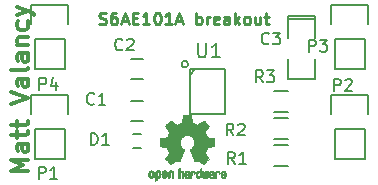
<source format=gbr>
G04 #@! TF.FileFunction,Legend,Top*
%FSLAX46Y46*%
G04 Gerber Fmt 4.6, Leading zero omitted, Abs format (unit mm)*
G04 Created by KiCad (PCBNEW 4.0.3+e1-6302~38~ubuntu16.04.1-stable) date Sun Aug 28 11:49:07 2016*
%MOMM*%
%LPD*%
G01*
G04 APERTURE LIST*
%ADD10C,0.100000*%
%ADD11C,0.300000*%
%ADD12C,0.250000*%
%ADD13C,0.150000*%
%ADD14C,0.010000*%
G04 APERTURE END LIST*
D10*
D11*
X130278571Y-114092857D02*
X128778571Y-114092857D01*
X129850000Y-113592857D01*
X128778571Y-113092857D01*
X130278571Y-113092857D01*
X130278571Y-111735714D02*
X129492857Y-111735714D01*
X129350000Y-111807143D01*
X129278571Y-111950000D01*
X129278571Y-112235714D01*
X129350000Y-112378571D01*
X130207143Y-111735714D02*
X130278571Y-111878571D01*
X130278571Y-112235714D01*
X130207143Y-112378571D01*
X130064286Y-112450000D01*
X129921429Y-112450000D01*
X129778571Y-112378571D01*
X129707143Y-112235714D01*
X129707143Y-111878571D01*
X129635714Y-111735714D01*
X129278571Y-111235714D02*
X129278571Y-110664285D01*
X128778571Y-111021428D02*
X130064286Y-111021428D01*
X130207143Y-110950000D01*
X130278571Y-110807142D01*
X130278571Y-110664285D01*
X129278571Y-110378571D02*
X129278571Y-109807142D01*
X128778571Y-110164285D02*
X130064286Y-110164285D01*
X130207143Y-110092857D01*
X130278571Y-109949999D01*
X130278571Y-109807142D01*
X128778571Y-108378571D02*
X130278571Y-107878571D01*
X128778571Y-107378571D01*
X130278571Y-106235714D02*
X129492857Y-106235714D01*
X129350000Y-106307143D01*
X129278571Y-106450000D01*
X129278571Y-106735714D01*
X129350000Y-106878571D01*
X130207143Y-106235714D02*
X130278571Y-106378571D01*
X130278571Y-106735714D01*
X130207143Y-106878571D01*
X130064286Y-106950000D01*
X129921429Y-106950000D01*
X129778571Y-106878571D01*
X129707143Y-106735714D01*
X129707143Y-106378571D01*
X129635714Y-106235714D01*
X130278571Y-105307142D02*
X130207143Y-105450000D01*
X130064286Y-105521428D01*
X128778571Y-105521428D01*
X130278571Y-104092857D02*
X129492857Y-104092857D01*
X129350000Y-104164286D01*
X129278571Y-104307143D01*
X129278571Y-104592857D01*
X129350000Y-104735714D01*
X130207143Y-104092857D02*
X130278571Y-104235714D01*
X130278571Y-104592857D01*
X130207143Y-104735714D01*
X130064286Y-104807143D01*
X129921429Y-104807143D01*
X129778571Y-104735714D01*
X129707143Y-104592857D01*
X129707143Y-104235714D01*
X129635714Y-104092857D01*
X129278571Y-103378571D02*
X130278571Y-103378571D01*
X129421429Y-103378571D02*
X129350000Y-103307143D01*
X129278571Y-103164285D01*
X129278571Y-102950000D01*
X129350000Y-102807143D01*
X129492857Y-102735714D01*
X130278571Y-102735714D01*
X130207143Y-101378571D02*
X130278571Y-101521428D01*
X130278571Y-101807142D01*
X130207143Y-101950000D01*
X130135714Y-102021428D01*
X129992857Y-102092857D01*
X129564286Y-102092857D01*
X129421429Y-102021428D01*
X129350000Y-101950000D01*
X129278571Y-101807142D01*
X129278571Y-101521428D01*
X129350000Y-101378571D01*
X129278571Y-100878571D02*
X130278571Y-100521428D01*
X129278571Y-100164286D02*
X130278571Y-100521428D01*
X130635714Y-100664286D01*
X130707143Y-100735714D01*
X130778571Y-100878571D01*
D12*
X136280951Y-101604762D02*
X136423808Y-101652381D01*
X136661904Y-101652381D01*
X136757142Y-101604762D01*
X136804761Y-101557143D01*
X136852380Y-101461905D01*
X136852380Y-101366667D01*
X136804761Y-101271429D01*
X136757142Y-101223810D01*
X136661904Y-101176190D01*
X136471427Y-101128571D01*
X136376189Y-101080952D01*
X136328570Y-101033333D01*
X136280951Y-100938095D01*
X136280951Y-100842857D01*
X136328570Y-100747619D01*
X136376189Y-100700000D01*
X136471427Y-100652381D01*
X136709523Y-100652381D01*
X136852380Y-100700000D01*
X137709523Y-100652381D02*
X137519046Y-100652381D01*
X137423808Y-100700000D01*
X137376189Y-100747619D01*
X137280951Y-100890476D01*
X137233332Y-101080952D01*
X137233332Y-101461905D01*
X137280951Y-101557143D01*
X137328570Y-101604762D01*
X137423808Y-101652381D01*
X137614285Y-101652381D01*
X137709523Y-101604762D01*
X137757142Y-101557143D01*
X137804761Y-101461905D01*
X137804761Y-101223810D01*
X137757142Y-101128571D01*
X137709523Y-101080952D01*
X137614285Y-101033333D01*
X137423808Y-101033333D01*
X137328570Y-101080952D01*
X137280951Y-101128571D01*
X137233332Y-101223810D01*
X138185713Y-101366667D02*
X138661904Y-101366667D01*
X138090475Y-101652381D02*
X138423808Y-100652381D01*
X138757142Y-101652381D01*
X139090475Y-101128571D02*
X139423809Y-101128571D01*
X139566666Y-101652381D02*
X139090475Y-101652381D01*
X139090475Y-100652381D01*
X139566666Y-100652381D01*
X140519047Y-101652381D02*
X139947618Y-101652381D01*
X140233332Y-101652381D02*
X140233332Y-100652381D01*
X140138094Y-100795238D01*
X140042856Y-100890476D01*
X139947618Y-100938095D01*
X141138094Y-100652381D02*
X141233333Y-100652381D01*
X141328571Y-100700000D01*
X141376190Y-100747619D01*
X141423809Y-100842857D01*
X141471428Y-101033333D01*
X141471428Y-101271429D01*
X141423809Y-101461905D01*
X141376190Y-101557143D01*
X141328571Y-101604762D01*
X141233333Y-101652381D01*
X141138094Y-101652381D01*
X141042856Y-101604762D01*
X140995237Y-101557143D01*
X140947618Y-101461905D01*
X140899999Y-101271429D01*
X140899999Y-101033333D01*
X140947618Y-100842857D01*
X140995237Y-100747619D01*
X141042856Y-100700000D01*
X141138094Y-100652381D01*
X142423809Y-101652381D02*
X141852380Y-101652381D01*
X142138094Y-101652381D02*
X142138094Y-100652381D01*
X142042856Y-100795238D01*
X141947618Y-100890476D01*
X141852380Y-100938095D01*
X142804761Y-101366667D02*
X143280952Y-101366667D01*
X142709523Y-101652381D02*
X143042856Y-100652381D01*
X143376190Y-101652381D01*
X144471428Y-101652381D02*
X144471428Y-100652381D01*
X144471428Y-101033333D02*
X144566666Y-100985714D01*
X144757143Y-100985714D01*
X144852381Y-101033333D01*
X144900000Y-101080952D01*
X144947619Y-101176190D01*
X144947619Y-101461905D01*
X144900000Y-101557143D01*
X144852381Y-101604762D01*
X144757143Y-101652381D01*
X144566666Y-101652381D01*
X144471428Y-101604762D01*
X145376190Y-101652381D02*
X145376190Y-100985714D01*
X145376190Y-101176190D02*
X145423809Y-101080952D01*
X145471428Y-101033333D01*
X145566666Y-100985714D01*
X145661905Y-100985714D01*
X146376191Y-101604762D02*
X146280953Y-101652381D01*
X146090476Y-101652381D01*
X145995238Y-101604762D01*
X145947619Y-101509524D01*
X145947619Y-101128571D01*
X145995238Y-101033333D01*
X146090476Y-100985714D01*
X146280953Y-100985714D01*
X146376191Y-101033333D01*
X146423810Y-101128571D01*
X146423810Y-101223810D01*
X145947619Y-101319048D01*
X147280953Y-101652381D02*
X147280953Y-101128571D01*
X147233334Y-101033333D01*
X147138096Y-100985714D01*
X146947619Y-100985714D01*
X146852381Y-101033333D01*
X147280953Y-101604762D02*
X147185715Y-101652381D01*
X146947619Y-101652381D01*
X146852381Y-101604762D01*
X146804762Y-101509524D01*
X146804762Y-101414286D01*
X146852381Y-101319048D01*
X146947619Y-101271429D01*
X147185715Y-101271429D01*
X147280953Y-101223810D01*
X147757143Y-101652381D02*
X147757143Y-100652381D01*
X147852381Y-101271429D02*
X148138096Y-101652381D01*
X148138096Y-100985714D02*
X147757143Y-101366667D01*
X148709524Y-101652381D02*
X148614286Y-101604762D01*
X148566667Y-101557143D01*
X148519048Y-101461905D01*
X148519048Y-101176190D01*
X148566667Y-101080952D01*
X148614286Y-101033333D01*
X148709524Y-100985714D01*
X148852382Y-100985714D01*
X148947620Y-101033333D01*
X148995239Y-101080952D01*
X149042858Y-101176190D01*
X149042858Y-101461905D01*
X148995239Y-101557143D01*
X148947620Y-101604762D01*
X148852382Y-101652381D01*
X148709524Y-101652381D01*
X149900001Y-100985714D02*
X149900001Y-101652381D01*
X149471429Y-100985714D02*
X149471429Y-101509524D01*
X149519048Y-101604762D01*
X149614286Y-101652381D01*
X149757144Y-101652381D01*
X149852382Y-101604762D01*
X149900001Y-101557143D01*
X150233334Y-100985714D02*
X150614286Y-100985714D01*
X150376191Y-100652381D02*
X150376191Y-101509524D01*
X150423810Y-101604762D01*
X150519048Y-101652381D01*
X150614286Y-101652381D01*
D13*
X143797843Y-105015000D02*
G75*
G03X143797843Y-105015000I-282843J0D01*
G01*
X144415000Y-105415000D02*
X143915000Y-105915000D01*
X146915000Y-109240000D02*
X146915000Y-105390000D01*
X146915000Y-105390000D02*
X143915000Y-105390000D01*
X143915000Y-105390000D02*
X143915000Y-109240000D01*
X143915000Y-109240000D02*
X146915000Y-109240000D01*
X146915000Y-109240000D02*
X146915000Y-106390000D01*
X138946000Y-109816000D02*
X139946000Y-109816000D01*
X139946000Y-108116000D02*
X138946000Y-108116000D01*
X138946000Y-106260000D02*
X139946000Y-106260000D01*
X139946000Y-104560000D02*
X138946000Y-104560000D01*
X154543000Y-101160000D02*
X154543000Y-100906000D01*
X154543000Y-100906000D02*
X152257000Y-100906000D01*
X152257000Y-100906000D02*
X152257000Y-101160000D01*
X154543000Y-101160000D02*
X152257000Y-101160000D01*
X152257000Y-101160000D02*
X152257000Y-102811000D01*
X154543000Y-104589000D02*
X154543000Y-106240000D01*
X154543000Y-106240000D02*
X152257000Y-106240000D01*
X152257000Y-106240000D02*
X152257000Y-104589000D01*
X154543000Y-102811000D02*
X154543000Y-101160000D01*
X152238000Y-113651000D02*
X151038000Y-113651000D01*
X151038000Y-111901000D02*
X152238000Y-111901000D01*
X152238000Y-111365000D02*
X151038000Y-111365000D01*
X151038000Y-109615000D02*
X152238000Y-109615000D01*
X152238000Y-109079000D02*
X151038000Y-109079000D01*
X151038000Y-107329000D02*
X152238000Y-107329000D01*
X139796000Y-112106000D02*
X139096000Y-112106000D01*
X139096000Y-110906000D02*
X139796000Y-110906000D01*
X133350000Y-110490000D02*
X133350000Y-113030000D01*
X133630000Y-107670000D02*
X133630000Y-109220000D01*
X133350000Y-110490000D02*
X130810000Y-110490000D01*
X130530000Y-109220000D02*
X130530000Y-107670000D01*
X130530000Y-107670000D02*
X133630000Y-107670000D01*
X130810000Y-110490000D02*
X130810000Y-113030000D01*
X130810000Y-113030000D02*
X133350000Y-113030000D01*
X158750000Y-110490000D02*
X158750000Y-113030000D01*
X159030000Y-107670000D02*
X159030000Y-109220000D01*
X158750000Y-110490000D02*
X156210000Y-110490000D01*
X155930000Y-109220000D02*
X155930000Y-107670000D01*
X155930000Y-107670000D02*
X159030000Y-107670000D01*
X156210000Y-110490000D02*
X156210000Y-113030000D01*
X156210000Y-113030000D02*
X158750000Y-113030000D01*
X158750000Y-102870000D02*
X158750000Y-105410000D01*
X159030000Y-100050000D02*
X159030000Y-101600000D01*
X158750000Y-102870000D02*
X156210000Y-102870000D01*
X155930000Y-101600000D02*
X155930000Y-100050000D01*
X155930000Y-100050000D02*
X159030000Y-100050000D01*
X156210000Y-102870000D02*
X156210000Y-105410000D01*
X156210000Y-105410000D02*
X158750000Y-105410000D01*
X133350000Y-102870000D02*
X133350000Y-105410000D01*
X133630000Y-100050000D02*
X133630000Y-101600000D01*
X133350000Y-102870000D02*
X130810000Y-102870000D01*
X130530000Y-101600000D02*
X130530000Y-100050000D01*
X130530000Y-100050000D02*
X133630000Y-100050000D01*
X130810000Y-102870000D02*
X130810000Y-105410000D01*
X130810000Y-105410000D02*
X133350000Y-105410000D01*
D14*
G36*
X141299744Y-114019918D02*
X141355201Y-114047568D01*
X141404148Y-114098480D01*
X141417629Y-114117338D01*
X141432314Y-114142015D01*
X141441842Y-114168816D01*
X141447293Y-114204587D01*
X141449747Y-114256169D01*
X141450286Y-114324267D01*
X141447852Y-114417588D01*
X141439394Y-114487657D01*
X141423174Y-114539931D01*
X141397454Y-114579869D01*
X141360497Y-114612929D01*
X141357782Y-114614886D01*
X141321360Y-114634908D01*
X141277502Y-114644815D01*
X141221724Y-114647257D01*
X141131048Y-114647257D01*
X141131010Y-114735283D01*
X141130166Y-114784308D01*
X141125024Y-114813065D01*
X141111587Y-114830311D01*
X141085858Y-114844808D01*
X141079679Y-114847769D01*
X141050764Y-114861648D01*
X141028376Y-114870414D01*
X141011729Y-114871171D01*
X141000036Y-114861023D01*
X140992510Y-114837073D01*
X140988366Y-114796426D01*
X140986815Y-114736186D01*
X140987071Y-114653455D01*
X140988349Y-114545339D01*
X140988748Y-114513000D01*
X140990185Y-114401524D01*
X140991472Y-114328603D01*
X141130971Y-114328603D01*
X141131755Y-114390499D01*
X141135240Y-114430997D01*
X141143124Y-114457708D01*
X141157105Y-114478244D01*
X141166597Y-114488260D01*
X141205404Y-114517567D01*
X141239763Y-114519952D01*
X141275216Y-114495750D01*
X141276114Y-114494857D01*
X141290539Y-114476153D01*
X141299313Y-114450732D01*
X141303739Y-114411584D01*
X141305118Y-114351697D01*
X141305143Y-114338430D01*
X141301812Y-114255901D01*
X141290969Y-114198691D01*
X141271340Y-114163766D01*
X141241650Y-114148094D01*
X141224491Y-114146514D01*
X141183766Y-114153926D01*
X141155832Y-114178330D01*
X141139017Y-114222980D01*
X141131650Y-114291130D01*
X141130971Y-114328603D01*
X140991472Y-114328603D01*
X140991708Y-114315245D01*
X140993677Y-114250333D01*
X140996450Y-114202958D01*
X141000388Y-114169290D01*
X141005849Y-114145498D01*
X141013192Y-114127753D01*
X141022777Y-114112224D01*
X141026887Y-114106381D01*
X141081405Y-114051185D01*
X141150336Y-114019890D01*
X141230072Y-114011165D01*
X141299744Y-114019918D01*
X141299744Y-114019918D01*
G37*
X141299744Y-114019918D02*
X141355201Y-114047568D01*
X141404148Y-114098480D01*
X141417629Y-114117338D01*
X141432314Y-114142015D01*
X141441842Y-114168816D01*
X141447293Y-114204587D01*
X141449747Y-114256169D01*
X141450286Y-114324267D01*
X141447852Y-114417588D01*
X141439394Y-114487657D01*
X141423174Y-114539931D01*
X141397454Y-114579869D01*
X141360497Y-114612929D01*
X141357782Y-114614886D01*
X141321360Y-114634908D01*
X141277502Y-114644815D01*
X141221724Y-114647257D01*
X141131048Y-114647257D01*
X141131010Y-114735283D01*
X141130166Y-114784308D01*
X141125024Y-114813065D01*
X141111587Y-114830311D01*
X141085858Y-114844808D01*
X141079679Y-114847769D01*
X141050764Y-114861648D01*
X141028376Y-114870414D01*
X141011729Y-114871171D01*
X141000036Y-114861023D01*
X140992510Y-114837073D01*
X140988366Y-114796426D01*
X140986815Y-114736186D01*
X140987071Y-114653455D01*
X140988349Y-114545339D01*
X140988748Y-114513000D01*
X140990185Y-114401524D01*
X140991472Y-114328603D01*
X141130971Y-114328603D01*
X141131755Y-114390499D01*
X141135240Y-114430997D01*
X141143124Y-114457708D01*
X141157105Y-114478244D01*
X141166597Y-114488260D01*
X141205404Y-114517567D01*
X141239763Y-114519952D01*
X141275216Y-114495750D01*
X141276114Y-114494857D01*
X141290539Y-114476153D01*
X141299313Y-114450732D01*
X141303739Y-114411584D01*
X141305118Y-114351697D01*
X141305143Y-114338430D01*
X141301812Y-114255901D01*
X141290969Y-114198691D01*
X141271340Y-114163766D01*
X141241650Y-114148094D01*
X141224491Y-114146514D01*
X141183766Y-114153926D01*
X141155832Y-114178330D01*
X141139017Y-114222980D01*
X141131650Y-114291130D01*
X141130971Y-114328603D01*
X140991472Y-114328603D01*
X140991708Y-114315245D01*
X140993677Y-114250333D01*
X140996450Y-114202958D01*
X141000388Y-114169290D01*
X141005849Y-114145498D01*
X141013192Y-114127753D01*
X141022777Y-114112224D01*
X141026887Y-114106381D01*
X141081405Y-114051185D01*
X141150336Y-114019890D01*
X141230072Y-114011165D01*
X141299744Y-114019918D01*
G36*
X142416093Y-114027780D02*
X142462672Y-114054723D01*
X142495057Y-114081466D01*
X142518742Y-114109484D01*
X142535059Y-114143748D01*
X142545339Y-114189227D01*
X142550914Y-114250892D01*
X142553116Y-114333711D01*
X142553371Y-114393246D01*
X142553371Y-114612391D01*
X142491686Y-114640044D01*
X142430000Y-114667697D01*
X142422743Y-114427670D01*
X142419744Y-114338028D01*
X142416598Y-114272962D01*
X142412701Y-114228026D01*
X142407447Y-114198770D01*
X142400231Y-114180748D01*
X142390450Y-114169511D01*
X142387312Y-114167079D01*
X142339761Y-114148083D01*
X142291697Y-114155600D01*
X142263086Y-114175543D01*
X142251447Y-114189675D01*
X142243391Y-114208220D01*
X142238271Y-114236334D01*
X142235441Y-114279173D01*
X142234256Y-114341895D01*
X142234057Y-114407261D01*
X142234018Y-114489268D01*
X142232614Y-114547316D01*
X142227914Y-114586465D01*
X142217987Y-114611780D01*
X142200903Y-114628323D01*
X142174732Y-114641156D01*
X142139775Y-114654491D01*
X142101596Y-114669007D01*
X142106141Y-114411389D01*
X142107971Y-114318519D01*
X142110112Y-114249889D01*
X142113181Y-114200711D01*
X142117794Y-114166198D01*
X142124568Y-114141562D01*
X142134119Y-114122016D01*
X142145634Y-114104770D01*
X142201190Y-114049680D01*
X142268980Y-114017822D01*
X142342713Y-114010191D01*
X142416093Y-114027780D01*
X142416093Y-114027780D01*
G37*
X142416093Y-114027780D02*
X142462672Y-114054723D01*
X142495057Y-114081466D01*
X142518742Y-114109484D01*
X142535059Y-114143748D01*
X142545339Y-114189227D01*
X142550914Y-114250892D01*
X142553116Y-114333711D01*
X142553371Y-114393246D01*
X142553371Y-114612391D01*
X142491686Y-114640044D01*
X142430000Y-114667697D01*
X142422743Y-114427670D01*
X142419744Y-114338028D01*
X142416598Y-114272962D01*
X142412701Y-114228026D01*
X142407447Y-114198770D01*
X142400231Y-114180748D01*
X142390450Y-114169511D01*
X142387312Y-114167079D01*
X142339761Y-114148083D01*
X142291697Y-114155600D01*
X142263086Y-114175543D01*
X142251447Y-114189675D01*
X142243391Y-114208220D01*
X142238271Y-114236334D01*
X142235441Y-114279173D01*
X142234256Y-114341895D01*
X142234057Y-114407261D01*
X142234018Y-114489268D01*
X142232614Y-114547316D01*
X142227914Y-114586465D01*
X142217987Y-114611780D01*
X142200903Y-114628323D01*
X142174732Y-114641156D01*
X142139775Y-114654491D01*
X142101596Y-114669007D01*
X142106141Y-114411389D01*
X142107971Y-114318519D01*
X142110112Y-114249889D01*
X142113181Y-114200711D01*
X142117794Y-114166198D01*
X142124568Y-114141562D01*
X142134119Y-114122016D01*
X142145634Y-114104770D01*
X142201190Y-114049680D01*
X142268980Y-114017822D01*
X142342713Y-114010191D01*
X142416093Y-114027780D01*
G36*
X140741115Y-114021962D02*
X140809145Y-114057733D01*
X140859351Y-114115301D01*
X140877185Y-114152312D01*
X140891063Y-114207882D01*
X140898167Y-114278096D01*
X140898840Y-114354727D01*
X140893427Y-114429552D01*
X140882270Y-114494342D01*
X140865714Y-114540873D01*
X140860626Y-114548887D01*
X140800355Y-114608707D01*
X140728769Y-114644535D01*
X140651092Y-114655020D01*
X140572548Y-114638810D01*
X140550689Y-114629092D01*
X140508122Y-114599143D01*
X140470763Y-114559433D01*
X140467232Y-114554397D01*
X140452881Y-114530124D01*
X140443394Y-114504178D01*
X140437790Y-114470022D01*
X140435086Y-114421119D01*
X140434299Y-114350935D01*
X140434286Y-114335200D01*
X140434322Y-114330192D01*
X140579429Y-114330192D01*
X140580273Y-114396430D01*
X140583596Y-114440386D01*
X140590583Y-114468779D01*
X140602416Y-114488325D01*
X140608457Y-114494857D01*
X140643186Y-114519680D01*
X140676903Y-114518548D01*
X140710995Y-114497016D01*
X140731329Y-114474029D01*
X140743371Y-114440478D01*
X140750134Y-114387569D01*
X140750598Y-114381399D01*
X140751752Y-114285513D01*
X140739688Y-114214299D01*
X140714570Y-114168194D01*
X140676560Y-114147635D01*
X140662992Y-114146514D01*
X140627364Y-114152152D01*
X140602994Y-114171686D01*
X140588093Y-114209042D01*
X140580875Y-114268150D01*
X140579429Y-114330192D01*
X140434322Y-114330192D01*
X140434826Y-114260413D01*
X140437096Y-114208159D01*
X140442068Y-114171949D01*
X140450713Y-114145299D01*
X140464005Y-114121722D01*
X140466943Y-114117338D01*
X140516313Y-114058249D01*
X140570109Y-114023947D01*
X140635602Y-114010331D01*
X140657842Y-114009665D01*
X140741115Y-114021962D01*
X140741115Y-114021962D01*
G37*
X140741115Y-114021962D02*
X140809145Y-114057733D01*
X140859351Y-114115301D01*
X140877185Y-114152312D01*
X140891063Y-114207882D01*
X140898167Y-114278096D01*
X140898840Y-114354727D01*
X140893427Y-114429552D01*
X140882270Y-114494342D01*
X140865714Y-114540873D01*
X140860626Y-114548887D01*
X140800355Y-114608707D01*
X140728769Y-114644535D01*
X140651092Y-114655020D01*
X140572548Y-114638810D01*
X140550689Y-114629092D01*
X140508122Y-114599143D01*
X140470763Y-114559433D01*
X140467232Y-114554397D01*
X140452881Y-114530124D01*
X140443394Y-114504178D01*
X140437790Y-114470022D01*
X140435086Y-114421119D01*
X140434299Y-114350935D01*
X140434286Y-114335200D01*
X140434322Y-114330192D01*
X140579429Y-114330192D01*
X140580273Y-114396430D01*
X140583596Y-114440386D01*
X140590583Y-114468779D01*
X140602416Y-114488325D01*
X140608457Y-114494857D01*
X140643186Y-114519680D01*
X140676903Y-114518548D01*
X140710995Y-114497016D01*
X140731329Y-114474029D01*
X140743371Y-114440478D01*
X140750134Y-114387569D01*
X140750598Y-114381399D01*
X140751752Y-114285513D01*
X140739688Y-114214299D01*
X140714570Y-114168194D01*
X140676560Y-114147635D01*
X140662992Y-114146514D01*
X140627364Y-114152152D01*
X140602994Y-114171686D01*
X140588093Y-114209042D01*
X140580875Y-114268150D01*
X140579429Y-114330192D01*
X140434322Y-114330192D01*
X140434826Y-114260413D01*
X140437096Y-114208159D01*
X140442068Y-114171949D01*
X140450713Y-114145299D01*
X140464005Y-114121722D01*
X140466943Y-114117338D01*
X140516313Y-114058249D01*
X140570109Y-114023947D01*
X140635602Y-114010331D01*
X140657842Y-114009665D01*
X140741115Y-114021962D01*
G36*
X141868303Y-114031239D02*
X141925527Y-114069735D01*
X141969749Y-114125335D01*
X141996167Y-114196086D01*
X142001510Y-114248162D01*
X142000903Y-114269893D01*
X141995822Y-114286531D01*
X141981855Y-114301437D01*
X141954589Y-114317973D01*
X141909612Y-114339498D01*
X141842511Y-114369374D01*
X141842171Y-114369524D01*
X141780407Y-114397813D01*
X141729759Y-114422933D01*
X141695404Y-114442179D01*
X141682518Y-114452848D01*
X141682514Y-114452934D01*
X141693872Y-114476166D01*
X141720431Y-114501774D01*
X141750923Y-114520221D01*
X141766370Y-114523886D01*
X141808515Y-114511212D01*
X141844808Y-114479471D01*
X141862517Y-114444572D01*
X141879552Y-114418845D01*
X141912922Y-114389546D01*
X141952149Y-114364235D01*
X141986756Y-114350471D01*
X141993993Y-114349714D01*
X142002139Y-114362160D01*
X142002630Y-114393972D01*
X141996643Y-114436866D01*
X141985357Y-114482558D01*
X141969950Y-114522761D01*
X141969171Y-114524322D01*
X141922804Y-114589062D01*
X141862711Y-114633097D01*
X141794465Y-114654711D01*
X141723638Y-114652185D01*
X141655804Y-114623804D01*
X141652788Y-114621808D01*
X141599427Y-114573448D01*
X141564340Y-114510352D01*
X141544922Y-114427387D01*
X141542316Y-114404078D01*
X141537701Y-114294055D01*
X141543233Y-114242748D01*
X141682514Y-114242748D01*
X141684324Y-114274753D01*
X141694222Y-114284093D01*
X141718898Y-114277105D01*
X141757795Y-114260587D01*
X141801275Y-114239881D01*
X141802356Y-114239333D01*
X141839209Y-114219949D01*
X141854000Y-114207013D01*
X141850353Y-114193451D01*
X141834995Y-114175632D01*
X141795923Y-114149845D01*
X141753846Y-114147950D01*
X141716103Y-114166717D01*
X141690034Y-114202915D01*
X141682514Y-114242748D01*
X141543233Y-114242748D01*
X141547194Y-114206027D01*
X141571550Y-114136212D01*
X141605456Y-114087302D01*
X141666653Y-114037878D01*
X141734063Y-114013359D01*
X141802880Y-114011797D01*
X141868303Y-114031239D01*
X141868303Y-114031239D01*
G37*
X141868303Y-114031239D02*
X141925527Y-114069735D01*
X141969749Y-114125335D01*
X141996167Y-114196086D01*
X142001510Y-114248162D01*
X142000903Y-114269893D01*
X141995822Y-114286531D01*
X141981855Y-114301437D01*
X141954589Y-114317973D01*
X141909612Y-114339498D01*
X141842511Y-114369374D01*
X141842171Y-114369524D01*
X141780407Y-114397813D01*
X141729759Y-114422933D01*
X141695404Y-114442179D01*
X141682518Y-114452848D01*
X141682514Y-114452934D01*
X141693872Y-114476166D01*
X141720431Y-114501774D01*
X141750923Y-114520221D01*
X141766370Y-114523886D01*
X141808515Y-114511212D01*
X141844808Y-114479471D01*
X141862517Y-114444572D01*
X141879552Y-114418845D01*
X141912922Y-114389546D01*
X141952149Y-114364235D01*
X141986756Y-114350471D01*
X141993993Y-114349714D01*
X142002139Y-114362160D01*
X142002630Y-114393972D01*
X141996643Y-114436866D01*
X141985357Y-114482558D01*
X141969950Y-114522761D01*
X141969171Y-114524322D01*
X141922804Y-114589062D01*
X141862711Y-114633097D01*
X141794465Y-114654711D01*
X141723638Y-114652185D01*
X141655804Y-114623804D01*
X141652788Y-114621808D01*
X141599427Y-114573448D01*
X141564340Y-114510352D01*
X141544922Y-114427387D01*
X141542316Y-114404078D01*
X141537701Y-114294055D01*
X141543233Y-114242748D01*
X141682514Y-114242748D01*
X141684324Y-114274753D01*
X141694222Y-114284093D01*
X141718898Y-114277105D01*
X141757795Y-114260587D01*
X141801275Y-114239881D01*
X141802356Y-114239333D01*
X141839209Y-114219949D01*
X141854000Y-114207013D01*
X141850353Y-114193451D01*
X141834995Y-114175632D01*
X141795923Y-114149845D01*
X141753846Y-114147950D01*
X141716103Y-114166717D01*
X141690034Y-114202915D01*
X141682514Y-114242748D01*
X141543233Y-114242748D01*
X141547194Y-114206027D01*
X141571550Y-114136212D01*
X141605456Y-114087302D01*
X141666653Y-114037878D01*
X141734063Y-114013359D01*
X141802880Y-114011797D01*
X141868303Y-114031239D01*
G36*
X143075886Y-113951289D02*
X143080139Y-114010613D01*
X143085025Y-114045572D01*
X143091795Y-114060820D01*
X143101702Y-114061015D01*
X143104914Y-114059195D01*
X143147644Y-114046015D01*
X143203227Y-114046785D01*
X143259737Y-114060333D01*
X143295082Y-114077861D01*
X143331321Y-114105861D01*
X143357813Y-114137549D01*
X143375999Y-114177813D01*
X143387322Y-114231543D01*
X143393222Y-114303626D01*
X143395143Y-114398951D01*
X143395177Y-114417237D01*
X143395200Y-114622646D01*
X143349491Y-114638580D01*
X143317027Y-114649420D01*
X143299215Y-114654468D01*
X143298691Y-114654514D01*
X143296937Y-114640828D01*
X143295444Y-114603076D01*
X143294326Y-114546224D01*
X143293697Y-114475234D01*
X143293600Y-114432073D01*
X143293398Y-114346973D01*
X143292358Y-114285981D01*
X143289831Y-114244177D01*
X143285164Y-114216642D01*
X143277707Y-114198456D01*
X143266811Y-114184698D01*
X143260007Y-114178073D01*
X143213272Y-114151375D01*
X143162272Y-114149375D01*
X143116001Y-114171955D01*
X143107444Y-114180107D01*
X143094893Y-114195436D01*
X143086188Y-114213618D01*
X143080631Y-114239909D01*
X143077526Y-114279562D01*
X143076176Y-114337832D01*
X143075886Y-114418173D01*
X143075886Y-114622646D01*
X143030177Y-114638580D01*
X142997713Y-114649420D01*
X142979901Y-114654468D01*
X142979377Y-114654514D01*
X142978037Y-114640623D01*
X142976828Y-114601439D01*
X142975801Y-114540700D01*
X142975002Y-114462141D01*
X142974481Y-114369498D01*
X142974286Y-114266509D01*
X142974286Y-113869342D01*
X143021457Y-113849444D01*
X143068629Y-113829547D01*
X143075886Y-113951289D01*
X143075886Y-113951289D01*
G37*
X143075886Y-113951289D02*
X143080139Y-114010613D01*
X143085025Y-114045572D01*
X143091795Y-114060820D01*
X143101702Y-114061015D01*
X143104914Y-114059195D01*
X143147644Y-114046015D01*
X143203227Y-114046785D01*
X143259737Y-114060333D01*
X143295082Y-114077861D01*
X143331321Y-114105861D01*
X143357813Y-114137549D01*
X143375999Y-114177813D01*
X143387322Y-114231543D01*
X143393222Y-114303626D01*
X143395143Y-114398951D01*
X143395177Y-114417237D01*
X143395200Y-114622646D01*
X143349491Y-114638580D01*
X143317027Y-114649420D01*
X143299215Y-114654468D01*
X143298691Y-114654514D01*
X143296937Y-114640828D01*
X143295444Y-114603076D01*
X143294326Y-114546224D01*
X143293697Y-114475234D01*
X143293600Y-114432073D01*
X143293398Y-114346973D01*
X143292358Y-114285981D01*
X143289831Y-114244177D01*
X143285164Y-114216642D01*
X143277707Y-114198456D01*
X143266811Y-114184698D01*
X143260007Y-114178073D01*
X143213272Y-114151375D01*
X143162272Y-114149375D01*
X143116001Y-114171955D01*
X143107444Y-114180107D01*
X143094893Y-114195436D01*
X143086188Y-114213618D01*
X143080631Y-114239909D01*
X143077526Y-114279562D01*
X143076176Y-114337832D01*
X143075886Y-114418173D01*
X143075886Y-114622646D01*
X143030177Y-114638580D01*
X142997713Y-114649420D01*
X142979901Y-114654468D01*
X142979377Y-114654514D01*
X142978037Y-114640623D01*
X142976828Y-114601439D01*
X142975801Y-114540700D01*
X142975002Y-114462141D01*
X142974481Y-114369498D01*
X142974286Y-114266509D01*
X142974286Y-113869342D01*
X143021457Y-113849444D01*
X143068629Y-113829547D01*
X143075886Y-113951289D01*
G36*
X143739744Y-114050968D02*
X143796616Y-114072087D01*
X143797267Y-114072493D01*
X143832440Y-114098380D01*
X143858407Y-114128633D01*
X143876670Y-114168058D01*
X143888732Y-114221462D01*
X143896096Y-114293651D01*
X143900264Y-114389432D01*
X143900629Y-114403078D01*
X143905876Y-114608842D01*
X143861716Y-114631678D01*
X143829763Y-114647110D01*
X143810470Y-114654423D01*
X143809578Y-114654514D01*
X143806239Y-114641022D01*
X143803587Y-114604626D01*
X143801956Y-114551452D01*
X143801600Y-114508393D01*
X143801592Y-114438641D01*
X143798403Y-114394837D01*
X143787288Y-114373944D01*
X143763501Y-114372925D01*
X143722296Y-114388741D01*
X143660086Y-114417815D01*
X143614341Y-114441963D01*
X143590813Y-114462913D01*
X143583896Y-114485747D01*
X143583886Y-114486877D01*
X143595299Y-114526212D01*
X143629092Y-114547462D01*
X143680809Y-114550539D01*
X143718061Y-114550006D01*
X143737703Y-114560735D01*
X143749952Y-114586505D01*
X143757002Y-114619337D01*
X143746842Y-114637966D01*
X143743017Y-114640632D01*
X143707001Y-114651340D01*
X143656566Y-114652856D01*
X143604626Y-114645759D01*
X143567822Y-114632788D01*
X143516938Y-114589585D01*
X143488014Y-114529446D01*
X143482286Y-114482462D01*
X143486657Y-114440082D01*
X143502475Y-114405488D01*
X143533797Y-114374763D01*
X143584678Y-114343990D01*
X143659176Y-114309252D01*
X143663714Y-114307288D01*
X143730821Y-114276287D01*
X143772232Y-114250862D01*
X143789981Y-114228014D01*
X143786107Y-114204745D01*
X143762643Y-114178056D01*
X143755627Y-114171914D01*
X143708630Y-114148100D01*
X143659933Y-114149103D01*
X143617522Y-114172451D01*
X143589384Y-114215675D01*
X143586769Y-114224160D01*
X143561308Y-114265308D01*
X143529001Y-114285128D01*
X143482286Y-114304770D01*
X143482286Y-114253950D01*
X143496496Y-114180082D01*
X143538675Y-114112327D01*
X143560624Y-114089661D01*
X143610517Y-114060569D01*
X143673967Y-114047400D01*
X143739744Y-114050968D01*
X143739744Y-114050968D01*
G37*
X143739744Y-114050968D02*
X143796616Y-114072087D01*
X143797267Y-114072493D01*
X143832440Y-114098380D01*
X143858407Y-114128633D01*
X143876670Y-114168058D01*
X143888732Y-114221462D01*
X143896096Y-114293651D01*
X143900264Y-114389432D01*
X143900629Y-114403078D01*
X143905876Y-114608842D01*
X143861716Y-114631678D01*
X143829763Y-114647110D01*
X143810470Y-114654423D01*
X143809578Y-114654514D01*
X143806239Y-114641022D01*
X143803587Y-114604626D01*
X143801956Y-114551452D01*
X143801600Y-114508393D01*
X143801592Y-114438641D01*
X143798403Y-114394837D01*
X143787288Y-114373944D01*
X143763501Y-114372925D01*
X143722296Y-114388741D01*
X143660086Y-114417815D01*
X143614341Y-114441963D01*
X143590813Y-114462913D01*
X143583896Y-114485747D01*
X143583886Y-114486877D01*
X143595299Y-114526212D01*
X143629092Y-114547462D01*
X143680809Y-114550539D01*
X143718061Y-114550006D01*
X143737703Y-114560735D01*
X143749952Y-114586505D01*
X143757002Y-114619337D01*
X143746842Y-114637966D01*
X143743017Y-114640632D01*
X143707001Y-114651340D01*
X143656566Y-114652856D01*
X143604626Y-114645759D01*
X143567822Y-114632788D01*
X143516938Y-114589585D01*
X143488014Y-114529446D01*
X143482286Y-114482462D01*
X143486657Y-114440082D01*
X143502475Y-114405488D01*
X143533797Y-114374763D01*
X143584678Y-114343990D01*
X143659176Y-114309252D01*
X143663714Y-114307288D01*
X143730821Y-114276287D01*
X143772232Y-114250862D01*
X143789981Y-114228014D01*
X143786107Y-114204745D01*
X143762643Y-114178056D01*
X143755627Y-114171914D01*
X143708630Y-114148100D01*
X143659933Y-114149103D01*
X143617522Y-114172451D01*
X143589384Y-114215675D01*
X143586769Y-114224160D01*
X143561308Y-114265308D01*
X143529001Y-114285128D01*
X143482286Y-114304770D01*
X143482286Y-114253950D01*
X143496496Y-114180082D01*
X143538675Y-114112327D01*
X143560624Y-114089661D01*
X143610517Y-114060569D01*
X143673967Y-114047400D01*
X143739744Y-114050968D01*
G36*
X144229926Y-114049755D02*
X144295858Y-114074084D01*
X144349273Y-114117117D01*
X144370164Y-114147409D01*
X144392939Y-114202994D01*
X144392466Y-114243186D01*
X144368562Y-114270217D01*
X144359717Y-114274813D01*
X144321530Y-114289144D01*
X144302028Y-114285472D01*
X144295422Y-114261407D01*
X144295086Y-114248114D01*
X144282992Y-114199210D01*
X144251471Y-114164999D01*
X144207659Y-114148476D01*
X144158695Y-114152634D01*
X144118894Y-114174227D01*
X144105450Y-114186544D01*
X144095921Y-114201487D01*
X144089485Y-114224075D01*
X144085317Y-114259328D01*
X144082597Y-114312266D01*
X144080502Y-114387907D01*
X144079960Y-114411857D01*
X144077981Y-114493790D01*
X144075731Y-114551455D01*
X144072357Y-114589608D01*
X144067006Y-114613004D01*
X144058824Y-114626398D01*
X144046959Y-114634545D01*
X144039362Y-114638144D01*
X144007102Y-114650452D01*
X143988111Y-114654514D01*
X143981836Y-114640948D01*
X143978006Y-114599934D01*
X143976600Y-114530999D01*
X143977598Y-114433669D01*
X143977908Y-114418657D01*
X143980101Y-114329859D01*
X143982693Y-114265019D01*
X143986382Y-114219067D01*
X143991864Y-114186935D01*
X143999835Y-114163553D01*
X144010993Y-114143852D01*
X144016830Y-114135410D01*
X144050296Y-114098057D01*
X144087727Y-114069003D01*
X144092309Y-114066467D01*
X144159426Y-114046443D01*
X144229926Y-114049755D01*
X144229926Y-114049755D01*
G37*
X144229926Y-114049755D02*
X144295858Y-114074084D01*
X144349273Y-114117117D01*
X144370164Y-114147409D01*
X144392939Y-114202994D01*
X144392466Y-114243186D01*
X144368562Y-114270217D01*
X144359717Y-114274813D01*
X144321530Y-114289144D01*
X144302028Y-114285472D01*
X144295422Y-114261407D01*
X144295086Y-114248114D01*
X144282992Y-114199210D01*
X144251471Y-114164999D01*
X144207659Y-114148476D01*
X144158695Y-114152634D01*
X144118894Y-114174227D01*
X144105450Y-114186544D01*
X144095921Y-114201487D01*
X144089485Y-114224075D01*
X144085317Y-114259328D01*
X144082597Y-114312266D01*
X144080502Y-114387907D01*
X144079960Y-114411857D01*
X144077981Y-114493790D01*
X144075731Y-114551455D01*
X144072357Y-114589608D01*
X144067006Y-114613004D01*
X144058824Y-114626398D01*
X144046959Y-114634545D01*
X144039362Y-114638144D01*
X144007102Y-114650452D01*
X143988111Y-114654514D01*
X143981836Y-114640948D01*
X143978006Y-114599934D01*
X143976600Y-114530999D01*
X143977598Y-114433669D01*
X143977908Y-114418657D01*
X143980101Y-114329859D01*
X143982693Y-114265019D01*
X143986382Y-114219067D01*
X143991864Y-114186935D01*
X143999835Y-114163553D01*
X144010993Y-114143852D01*
X144016830Y-114135410D01*
X144050296Y-114098057D01*
X144087727Y-114069003D01*
X144092309Y-114066467D01*
X144159426Y-114046443D01*
X144229926Y-114049755D01*
G36*
X144890117Y-114165358D02*
X144889933Y-114273837D01*
X144889219Y-114357287D01*
X144887675Y-114419704D01*
X144885001Y-114465085D01*
X144880894Y-114497429D01*
X144875055Y-114520733D01*
X144867182Y-114538995D01*
X144861221Y-114549418D01*
X144811855Y-114605945D01*
X144749264Y-114641377D01*
X144680013Y-114654090D01*
X144610668Y-114642463D01*
X144569375Y-114621568D01*
X144526025Y-114585422D01*
X144496481Y-114541276D01*
X144478655Y-114483462D01*
X144470463Y-114406313D01*
X144469302Y-114349714D01*
X144469458Y-114345647D01*
X144570857Y-114345647D01*
X144571476Y-114410550D01*
X144574314Y-114453514D01*
X144580840Y-114481622D01*
X144592523Y-114501953D01*
X144606483Y-114517288D01*
X144653365Y-114546890D01*
X144703701Y-114549419D01*
X144751276Y-114524705D01*
X144754979Y-114521356D01*
X144770783Y-114503935D01*
X144780693Y-114483209D01*
X144786058Y-114452362D01*
X144788228Y-114404577D01*
X144788571Y-114351748D01*
X144787827Y-114285381D01*
X144784748Y-114241106D01*
X144778061Y-114212009D01*
X144766496Y-114191173D01*
X144757013Y-114180107D01*
X144712960Y-114152198D01*
X144662224Y-114148843D01*
X144613796Y-114170159D01*
X144604450Y-114178073D01*
X144588540Y-114195647D01*
X144578610Y-114216587D01*
X144573278Y-114247782D01*
X144571163Y-114296122D01*
X144570857Y-114345647D01*
X144469458Y-114345647D01*
X144472810Y-114258568D01*
X144484726Y-114190086D01*
X144507135Y-114138600D01*
X144542124Y-114098443D01*
X144569375Y-114077861D01*
X144618907Y-114055625D01*
X144676316Y-114045304D01*
X144729682Y-114048067D01*
X144759543Y-114059212D01*
X144771261Y-114062383D01*
X144779037Y-114050557D01*
X144784465Y-114018866D01*
X144788571Y-113970593D01*
X144793067Y-113916829D01*
X144799313Y-113884482D01*
X144810676Y-113865985D01*
X144830528Y-113853770D01*
X144843000Y-113848362D01*
X144890171Y-113828601D01*
X144890117Y-114165358D01*
X144890117Y-114165358D01*
G37*
X144890117Y-114165358D02*
X144889933Y-114273837D01*
X144889219Y-114357287D01*
X144887675Y-114419704D01*
X144885001Y-114465085D01*
X144880894Y-114497429D01*
X144875055Y-114520733D01*
X144867182Y-114538995D01*
X144861221Y-114549418D01*
X144811855Y-114605945D01*
X144749264Y-114641377D01*
X144680013Y-114654090D01*
X144610668Y-114642463D01*
X144569375Y-114621568D01*
X144526025Y-114585422D01*
X144496481Y-114541276D01*
X144478655Y-114483462D01*
X144470463Y-114406313D01*
X144469302Y-114349714D01*
X144469458Y-114345647D01*
X144570857Y-114345647D01*
X144571476Y-114410550D01*
X144574314Y-114453514D01*
X144580840Y-114481622D01*
X144592523Y-114501953D01*
X144606483Y-114517288D01*
X144653365Y-114546890D01*
X144703701Y-114549419D01*
X144751276Y-114524705D01*
X144754979Y-114521356D01*
X144770783Y-114503935D01*
X144780693Y-114483209D01*
X144786058Y-114452362D01*
X144788228Y-114404577D01*
X144788571Y-114351748D01*
X144787827Y-114285381D01*
X144784748Y-114241106D01*
X144778061Y-114212009D01*
X144766496Y-114191173D01*
X144757013Y-114180107D01*
X144712960Y-114152198D01*
X144662224Y-114148843D01*
X144613796Y-114170159D01*
X144604450Y-114178073D01*
X144588540Y-114195647D01*
X144578610Y-114216587D01*
X144573278Y-114247782D01*
X144571163Y-114296122D01*
X144570857Y-114345647D01*
X144469458Y-114345647D01*
X144472810Y-114258568D01*
X144484726Y-114190086D01*
X144507135Y-114138600D01*
X144542124Y-114098443D01*
X144569375Y-114077861D01*
X144618907Y-114055625D01*
X144676316Y-114045304D01*
X144729682Y-114048067D01*
X144759543Y-114059212D01*
X144771261Y-114062383D01*
X144779037Y-114050557D01*
X144784465Y-114018866D01*
X144788571Y-113970593D01*
X144793067Y-113916829D01*
X144799313Y-113884482D01*
X144810676Y-113865985D01*
X144830528Y-113853770D01*
X144843000Y-113848362D01*
X144890171Y-113828601D01*
X144890117Y-114165358D01*
G36*
X145479833Y-114058663D02*
X145482048Y-114096850D01*
X145483784Y-114154886D01*
X145484899Y-114228180D01*
X145485257Y-114305055D01*
X145485257Y-114565196D01*
X145439326Y-114611127D01*
X145407675Y-114639429D01*
X145379890Y-114650893D01*
X145341915Y-114650168D01*
X145326840Y-114648321D01*
X145279726Y-114642948D01*
X145240756Y-114639869D01*
X145231257Y-114639585D01*
X145199233Y-114641445D01*
X145153432Y-114646114D01*
X145135674Y-114648321D01*
X145092057Y-114651735D01*
X145062745Y-114644320D01*
X145033680Y-114621427D01*
X145023188Y-114611127D01*
X144977257Y-114565196D01*
X144977257Y-114078602D01*
X145014226Y-114061758D01*
X145046059Y-114049282D01*
X145064683Y-114044914D01*
X145069458Y-114058718D01*
X145073921Y-114097286D01*
X145077775Y-114156356D01*
X145080722Y-114231663D01*
X145082143Y-114295286D01*
X145086114Y-114545657D01*
X145120759Y-114550556D01*
X145152268Y-114547131D01*
X145167708Y-114536041D01*
X145172023Y-114515308D01*
X145175708Y-114471145D01*
X145178469Y-114409146D01*
X145180012Y-114334909D01*
X145180235Y-114296706D01*
X145180457Y-114076783D01*
X145226166Y-114060849D01*
X145258518Y-114050015D01*
X145276115Y-114044962D01*
X145276623Y-114044914D01*
X145278388Y-114058648D01*
X145280329Y-114096730D01*
X145282282Y-114154482D01*
X145284084Y-114227227D01*
X145285343Y-114295286D01*
X145289314Y-114545657D01*
X145376400Y-114545657D01*
X145380396Y-114317240D01*
X145384392Y-114088822D01*
X145426847Y-114066868D01*
X145458192Y-114051793D01*
X145476744Y-114044951D01*
X145477279Y-114044914D01*
X145479833Y-114058663D01*
X145479833Y-114058663D01*
G37*
X145479833Y-114058663D02*
X145482048Y-114096850D01*
X145483784Y-114154886D01*
X145484899Y-114228180D01*
X145485257Y-114305055D01*
X145485257Y-114565196D01*
X145439326Y-114611127D01*
X145407675Y-114639429D01*
X145379890Y-114650893D01*
X145341915Y-114650168D01*
X145326840Y-114648321D01*
X145279726Y-114642948D01*
X145240756Y-114639869D01*
X145231257Y-114639585D01*
X145199233Y-114641445D01*
X145153432Y-114646114D01*
X145135674Y-114648321D01*
X145092057Y-114651735D01*
X145062745Y-114644320D01*
X145033680Y-114621427D01*
X145023188Y-114611127D01*
X144977257Y-114565196D01*
X144977257Y-114078602D01*
X145014226Y-114061758D01*
X145046059Y-114049282D01*
X145064683Y-114044914D01*
X145069458Y-114058718D01*
X145073921Y-114097286D01*
X145077775Y-114156356D01*
X145080722Y-114231663D01*
X145082143Y-114295286D01*
X145086114Y-114545657D01*
X145120759Y-114550556D01*
X145152268Y-114547131D01*
X145167708Y-114536041D01*
X145172023Y-114515308D01*
X145175708Y-114471145D01*
X145178469Y-114409146D01*
X145180012Y-114334909D01*
X145180235Y-114296706D01*
X145180457Y-114076783D01*
X145226166Y-114060849D01*
X145258518Y-114050015D01*
X145276115Y-114044962D01*
X145276623Y-114044914D01*
X145278388Y-114058648D01*
X145280329Y-114096730D01*
X145282282Y-114154482D01*
X145284084Y-114227227D01*
X145285343Y-114295286D01*
X145289314Y-114545657D01*
X145376400Y-114545657D01*
X145380396Y-114317240D01*
X145384392Y-114088822D01*
X145426847Y-114066868D01*
X145458192Y-114051793D01*
X145476744Y-114044951D01*
X145477279Y-114044914D01*
X145479833Y-114058663D01*
G36*
X145844876Y-114056335D02*
X145886667Y-114075344D01*
X145919469Y-114098378D01*
X145943503Y-114124133D01*
X145960097Y-114157358D01*
X145970577Y-114202800D01*
X145976271Y-114265207D01*
X145978507Y-114349327D01*
X145978743Y-114404721D01*
X145978743Y-114620826D01*
X145941774Y-114637670D01*
X145912656Y-114649981D01*
X145898231Y-114654514D01*
X145895472Y-114641025D01*
X145893282Y-114604653D01*
X145891942Y-114551542D01*
X145891657Y-114509372D01*
X145890434Y-114448447D01*
X145887136Y-114400115D01*
X145882321Y-114370518D01*
X145878496Y-114364229D01*
X145852783Y-114370652D01*
X145812418Y-114387125D01*
X145765679Y-114409458D01*
X145720845Y-114433457D01*
X145686193Y-114454930D01*
X145670002Y-114469685D01*
X145669938Y-114469845D01*
X145671330Y-114497152D01*
X145683818Y-114523219D01*
X145705743Y-114544392D01*
X145737743Y-114551474D01*
X145765092Y-114550649D01*
X145803826Y-114550042D01*
X145824158Y-114559116D01*
X145836369Y-114583092D01*
X145837909Y-114587613D01*
X145843203Y-114621806D01*
X145829047Y-114642568D01*
X145792148Y-114652462D01*
X145752289Y-114654292D01*
X145680562Y-114640727D01*
X145643432Y-114621355D01*
X145597576Y-114575845D01*
X145573256Y-114519983D01*
X145571073Y-114460957D01*
X145591629Y-114405953D01*
X145622549Y-114371486D01*
X145653420Y-114352189D01*
X145701942Y-114327759D01*
X145758485Y-114302985D01*
X145767910Y-114299199D01*
X145830019Y-114271791D01*
X145865822Y-114247634D01*
X145877337Y-114223619D01*
X145866580Y-114196635D01*
X145848114Y-114175543D01*
X145804469Y-114149572D01*
X145756446Y-114147624D01*
X145712406Y-114167637D01*
X145680709Y-114207551D01*
X145676549Y-114217848D01*
X145652327Y-114255724D01*
X145616965Y-114283842D01*
X145572343Y-114306917D01*
X145572343Y-114241485D01*
X145574969Y-114201506D01*
X145586230Y-114169997D01*
X145611199Y-114136378D01*
X145635169Y-114110484D01*
X145672441Y-114073817D01*
X145701401Y-114054121D01*
X145732505Y-114046220D01*
X145767713Y-114044914D01*
X145844876Y-114056335D01*
X145844876Y-114056335D01*
G37*
X145844876Y-114056335D02*
X145886667Y-114075344D01*
X145919469Y-114098378D01*
X145943503Y-114124133D01*
X145960097Y-114157358D01*
X145970577Y-114202800D01*
X145976271Y-114265207D01*
X145978507Y-114349327D01*
X145978743Y-114404721D01*
X145978743Y-114620826D01*
X145941774Y-114637670D01*
X145912656Y-114649981D01*
X145898231Y-114654514D01*
X145895472Y-114641025D01*
X145893282Y-114604653D01*
X145891942Y-114551542D01*
X145891657Y-114509372D01*
X145890434Y-114448447D01*
X145887136Y-114400115D01*
X145882321Y-114370518D01*
X145878496Y-114364229D01*
X145852783Y-114370652D01*
X145812418Y-114387125D01*
X145765679Y-114409458D01*
X145720845Y-114433457D01*
X145686193Y-114454930D01*
X145670002Y-114469685D01*
X145669938Y-114469845D01*
X145671330Y-114497152D01*
X145683818Y-114523219D01*
X145705743Y-114544392D01*
X145737743Y-114551474D01*
X145765092Y-114550649D01*
X145803826Y-114550042D01*
X145824158Y-114559116D01*
X145836369Y-114583092D01*
X145837909Y-114587613D01*
X145843203Y-114621806D01*
X145829047Y-114642568D01*
X145792148Y-114652462D01*
X145752289Y-114654292D01*
X145680562Y-114640727D01*
X145643432Y-114621355D01*
X145597576Y-114575845D01*
X145573256Y-114519983D01*
X145571073Y-114460957D01*
X145591629Y-114405953D01*
X145622549Y-114371486D01*
X145653420Y-114352189D01*
X145701942Y-114327759D01*
X145758485Y-114302985D01*
X145767910Y-114299199D01*
X145830019Y-114271791D01*
X145865822Y-114247634D01*
X145877337Y-114223619D01*
X145866580Y-114196635D01*
X145848114Y-114175543D01*
X145804469Y-114149572D01*
X145756446Y-114147624D01*
X145712406Y-114167637D01*
X145680709Y-114207551D01*
X145676549Y-114217848D01*
X145652327Y-114255724D01*
X145616965Y-114283842D01*
X145572343Y-114306917D01*
X145572343Y-114241485D01*
X145574969Y-114201506D01*
X145586230Y-114169997D01*
X145611199Y-114136378D01*
X145635169Y-114110484D01*
X145672441Y-114073817D01*
X145701401Y-114054121D01*
X145732505Y-114046220D01*
X145767713Y-114044914D01*
X145844876Y-114056335D01*
G36*
X146352600Y-114058752D02*
X146369948Y-114066334D01*
X146411356Y-114099128D01*
X146446765Y-114146547D01*
X146468664Y-114197151D01*
X146472229Y-114222098D01*
X146460279Y-114256927D01*
X146434067Y-114275357D01*
X146405964Y-114286516D01*
X146393095Y-114288572D01*
X146386829Y-114273649D01*
X146374456Y-114241175D01*
X146369028Y-114226502D01*
X146338590Y-114175744D01*
X146294520Y-114150427D01*
X146238010Y-114151206D01*
X146233825Y-114152203D01*
X146203655Y-114166507D01*
X146181476Y-114194393D01*
X146166327Y-114239287D01*
X146157250Y-114304615D01*
X146153286Y-114393804D01*
X146152914Y-114441261D01*
X146152730Y-114516071D01*
X146151522Y-114567069D01*
X146148309Y-114599471D01*
X146142109Y-114618495D01*
X146131940Y-114629356D01*
X146116819Y-114637272D01*
X146115946Y-114637670D01*
X146086828Y-114649981D01*
X146072403Y-114654514D01*
X146070186Y-114640809D01*
X146068289Y-114602925D01*
X146066847Y-114545715D01*
X146065998Y-114474027D01*
X146065829Y-114421565D01*
X146066692Y-114320047D01*
X146070070Y-114243032D01*
X146077142Y-114186023D01*
X146089088Y-114144526D01*
X146107090Y-114114043D01*
X146132327Y-114090080D01*
X146157247Y-114073355D01*
X146217171Y-114051097D01*
X146286911Y-114046076D01*
X146352600Y-114058752D01*
X146352600Y-114058752D01*
G37*
X146352600Y-114058752D02*
X146369948Y-114066334D01*
X146411356Y-114099128D01*
X146446765Y-114146547D01*
X146468664Y-114197151D01*
X146472229Y-114222098D01*
X146460279Y-114256927D01*
X146434067Y-114275357D01*
X146405964Y-114286516D01*
X146393095Y-114288572D01*
X146386829Y-114273649D01*
X146374456Y-114241175D01*
X146369028Y-114226502D01*
X146338590Y-114175744D01*
X146294520Y-114150427D01*
X146238010Y-114151206D01*
X146233825Y-114152203D01*
X146203655Y-114166507D01*
X146181476Y-114194393D01*
X146166327Y-114239287D01*
X146157250Y-114304615D01*
X146153286Y-114393804D01*
X146152914Y-114441261D01*
X146152730Y-114516071D01*
X146151522Y-114567069D01*
X146148309Y-114599471D01*
X146142109Y-114618495D01*
X146131940Y-114629356D01*
X146116819Y-114637272D01*
X146115946Y-114637670D01*
X146086828Y-114649981D01*
X146072403Y-114654514D01*
X146070186Y-114640809D01*
X146068289Y-114602925D01*
X146066847Y-114545715D01*
X146065998Y-114474027D01*
X146065829Y-114421565D01*
X146066692Y-114320047D01*
X146070070Y-114243032D01*
X146077142Y-114186023D01*
X146089088Y-114144526D01*
X146107090Y-114114043D01*
X146132327Y-114090080D01*
X146157247Y-114073355D01*
X146217171Y-114051097D01*
X146286911Y-114046076D01*
X146352600Y-114058752D01*
G36*
X146853595Y-114066966D02*
X146911021Y-114104497D01*
X146938719Y-114138096D01*
X146960662Y-114199064D01*
X146962405Y-114247308D01*
X146958457Y-114311816D01*
X146809686Y-114376934D01*
X146737349Y-114410202D01*
X146690084Y-114436964D01*
X146665507Y-114460144D01*
X146661237Y-114482667D01*
X146674889Y-114507455D01*
X146689943Y-114523886D01*
X146733746Y-114550235D01*
X146781389Y-114552081D01*
X146825145Y-114531546D01*
X146857289Y-114490752D01*
X146863038Y-114476347D01*
X146890576Y-114431356D01*
X146922258Y-114412182D01*
X146965714Y-114395779D01*
X146965714Y-114457966D01*
X146961872Y-114500283D01*
X146946823Y-114535969D01*
X146915280Y-114576943D01*
X146910592Y-114582267D01*
X146875506Y-114618720D01*
X146845347Y-114638283D01*
X146807615Y-114647283D01*
X146776335Y-114650230D01*
X146720385Y-114650965D01*
X146680555Y-114641660D01*
X146655708Y-114627846D01*
X146616656Y-114597467D01*
X146589625Y-114564613D01*
X146572517Y-114523294D01*
X146563238Y-114467521D01*
X146559693Y-114391305D01*
X146559410Y-114352622D01*
X146560372Y-114306247D01*
X146648007Y-114306247D01*
X146649023Y-114331126D01*
X146651556Y-114335200D01*
X146668274Y-114329665D01*
X146704249Y-114315017D01*
X146752331Y-114294190D01*
X146762386Y-114289714D01*
X146823152Y-114258814D01*
X146856632Y-114231657D01*
X146863990Y-114206220D01*
X146846391Y-114180481D01*
X146831856Y-114169109D01*
X146779410Y-114146364D01*
X146730322Y-114150122D01*
X146689227Y-114177884D01*
X146660758Y-114227152D01*
X146651631Y-114266257D01*
X146648007Y-114306247D01*
X146560372Y-114306247D01*
X146561285Y-114262249D01*
X146568196Y-114195384D01*
X146581884Y-114146695D01*
X146604096Y-114110849D01*
X146636574Y-114082513D01*
X146650733Y-114073355D01*
X146715053Y-114049507D01*
X146785473Y-114048006D01*
X146853595Y-114066966D01*
X146853595Y-114066966D01*
G37*
X146853595Y-114066966D02*
X146911021Y-114104497D01*
X146938719Y-114138096D01*
X146960662Y-114199064D01*
X146962405Y-114247308D01*
X146958457Y-114311816D01*
X146809686Y-114376934D01*
X146737349Y-114410202D01*
X146690084Y-114436964D01*
X146665507Y-114460144D01*
X146661237Y-114482667D01*
X146674889Y-114507455D01*
X146689943Y-114523886D01*
X146733746Y-114550235D01*
X146781389Y-114552081D01*
X146825145Y-114531546D01*
X146857289Y-114490752D01*
X146863038Y-114476347D01*
X146890576Y-114431356D01*
X146922258Y-114412182D01*
X146965714Y-114395779D01*
X146965714Y-114457966D01*
X146961872Y-114500283D01*
X146946823Y-114535969D01*
X146915280Y-114576943D01*
X146910592Y-114582267D01*
X146875506Y-114618720D01*
X146845347Y-114638283D01*
X146807615Y-114647283D01*
X146776335Y-114650230D01*
X146720385Y-114650965D01*
X146680555Y-114641660D01*
X146655708Y-114627846D01*
X146616656Y-114597467D01*
X146589625Y-114564613D01*
X146572517Y-114523294D01*
X146563238Y-114467521D01*
X146559693Y-114391305D01*
X146559410Y-114352622D01*
X146560372Y-114306247D01*
X146648007Y-114306247D01*
X146649023Y-114331126D01*
X146651556Y-114335200D01*
X146668274Y-114329665D01*
X146704249Y-114315017D01*
X146752331Y-114294190D01*
X146762386Y-114289714D01*
X146823152Y-114258814D01*
X146856632Y-114231657D01*
X146863990Y-114206220D01*
X146846391Y-114180481D01*
X146831856Y-114169109D01*
X146779410Y-114146364D01*
X146730322Y-114150122D01*
X146689227Y-114177884D01*
X146660758Y-114227152D01*
X146651631Y-114266257D01*
X146648007Y-114306247D01*
X146560372Y-114306247D01*
X146561285Y-114262249D01*
X146568196Y-114195384D01*
X146581884Y-114146695D01*
X146604096Y-114110849D01*
X146636574Y-114082513D01*
X146650733Y-114073355D01*
X146715053Y-114049507D01*
X146785473Y-114048006D01*
X146853595Y-114066966D01*
G36*
X143803910Y-109342348D02*
X143882454Y-109342778D01*
X143939298Y-109343942D01*
X143978105Y-109346207D01*
X144002538Y-109349940D01*
X144016262Y-109355506D01*
X144022940Y-109363273D01*
X144026236Y-109373605D01*
X144026556Y-109374943D01*
X144031562Y-109399079D01*
X144040829Y-109446701D01*
X144053392Y-109512741D01*
X144068287Y-109592128D01*
X144084551Y-109679796D01*
X144085119Y-109682875D01*
X144101410Y-109768789D01*
X144116652Y-109844696D01*
X144129861Y-109906045D01*
X144140054Y-109948282D01*
X144146248Y-109966855D01*
X144146543Y-109967184D01*
X144164788Y-109976253D01*
X144202405Y-109991367D01*
X144251271Y-110009262D01*
X144251543Y-110009358D01*
X144313093Y-110032493D01*
X144385657Y-110061965D01*
X144454057Y-110091597D01*
X144457294Y-110093062D01*
X144568702Y-110143626D01*
X144815399Y-109975160D01*
X144891077Y-109923803D01*
X144959631Y-109877889D01*
X145017088Y-109840030D01*
X145059476Y-109812837D01*
X145082825Y-109798921D01*
X145085042Y-109797889D01*
X145102010Y-109802484D01*
X145133701Y-109824655D01*
X145181352Y-109865447D01*
X145246198Y-109925905D01*
X145312397Y-109990227D01*
X145376214Y-110053612D01*
X145433329Y-110111451D01*
X145480305Y-110160175D01*
X145513703Y-110196210D01*
X145530085Y-110215984D01*
X145530694Y-110217002D01*
X145532505Y-110230572D01*
X145525683Y-110252733D01*
X145508540Y-110286478D01*
X145479393Y-110334800D01*
X145436555Y-110400692D01*
X145379448Y-110485517D01*
X145328766Y-110560177D01*
X145283461Y-110627140D01*
X145246150Y-110682516D01*
X145219452Y-110722420D01*
X145205985Y-110742962D01*
X145205137Y-110744356D01*
X145206781Y-110764038D01*
X145219245Y-110802293D01*
X145240048Y-110851889D01*
X145247462Y-110867728D01*
X145279814Y-110938290D01*
X145314328Y-111018353D01*
X145342365Y-111087629D01*
X145362568Y-111139045D01*
X145378615Y-111178119D01*
X145387888Y-111198541D01*
X145389041Y-111200114D01*
X145406096Y-111202721D01*
X145446298Y-111209863D01*
X145504302Y-111220523D01*
X145574763Y-111233685D01*
X145652335Y-111248333D01*
X145731672Y-111263449D01*
X145807431Y-111278018D01*
X145874264Y-111291022D01*
X145926828Y-111301445D01*
X145959776Y-111308270D01*
X145967857Y-111310199D01*
X145976205Y-111314962D01*
X145982506Y-111325718D01*
X145987045Y-111346098D01*
X145990104Y-111379734D01*
X145991967Y-111430255D01*
X145992918Y-111501292D01*
X145993240Y-111596476D01*
X145993257Y-111635492D01*
X145993257Y-111952799D01*
X145917057Y-111967839D01*
X145874663Y-111975995D01*
X145811400Y-111987899D01*
X145734962Y-112002116D01*
X145653043Y-112017210D01*
X145630400Y-112021355D01*
X145554806Y-112036053D01*
X145488953Y-112050505D01*
X145438366Y-112063375D01*
X145408574Y-112073322D01*
X145403612Y-112076287D01*
X145391426Y-112097283D01*
X145373953Y-112137967D01*
X145354577Y-112190322D01*
X145350734Y-112201600D01*
X145325339Y-112271523D01*
X145293817Y-112350418D01*
X145262969Y-112421266D01*
X145262817Y-112421595D01*
X145211447Y-112532733D01*
X145380399Y-112781253D01*
X145549352Y-113029772D01*
X145332429Y-113247058D01*
X145266819Y-113311726D01*
X145206979Y-113368733D01*
X145156267Y-113415033D01*
X145118046Y-113447584D01*
X145095675Y-113463343D01*
X145092466Y-113464343D01*
X145073626Y-113456469D01*
X145035180Y-113434578D01*
X144981330Y-113401267D01*
X144916276Y-113359131D01*
X144845940Y-113311943D01*
X144774555Y-113263810D01*
X144710908Y-113221928D01*
X144659041Y-113188871D01*
X144622995Y-113167218D01*
X144606867Y-113159543D01*
X144587189Y-113166037D01*
X144549875Y-113183150D01*
X144502621Y-113207326D01*
X144497612Y-113210013D01*
X144433977Y-113241927D01*
X144390341Y-113257579D01*
X144363202Y-113257745D01*
X144349057Y-113243204D01*
X144348975Y-113243000D01*
X144341905Y-113225779D01*
X144325042Y-113184899D01*
X144299695Y-113123525D01*
X144267171Y-113044819D01*
X144228778Y-112951947D01*
X144185822Y-112848072D01*
X144144222Y-112747502D01*
X144098504Y-112636516D01*
X144056526Y-112533703D01*
X144019548Y-112442215D01*
X143988827Y-112365201D01*
X143965622Y-112305815D01*
X143951190Y-112267209D01*
X143946743Y-112252800D01*
X143957896Y-112236272D01*
X143987069Y-112209930D01*
X144025971Y-112180887D01*
X144136757Y-112089039D01*
X144223351Y-111983759D01*
X144284716Y-111867266D01*
X144319815Y-111741776D01*
X144327608Y-111609507D01*
X144321943Y-111548457D01*
X144291078Y-111421795D01*
X144237920Y-111309941D01*
X144165767Y-111214001D01*
X144077917Y-111135076D01*
X143977665Y-111074270D01*
X143868310Y-111032687D01*
X143753147Y-111011428D01*
X143635475Y-111011599D01*
X143518590Y-111034301D01*
X143405789Y-111080638D01*
X143300369Y-111151713D01*
X143256368Y-111191911D01*
X143171979Y-111295129D01*
X143113222Y-111407925D01*
X143079704Y-111527010D01*
X143071035Y-111649095D01*
X143086823Y-111770893D01*
X143126678Y-111889116D01*
X143190207Y-112000475D01*
X143277021Y-112101684D01*
X143374029Y-112180887D01*
X143414437Y-112211162D01*
X143442982Y-112237219D01*
X143453257Y-112252825D01*
X143447877Y-112269843D01*
X143432575Y-112310500D01*
X143408612Y-112371642D01*
X143377244Y-112450119D01*
X143339732Y-112542780D01*
X143297333Y-112646472D01*
X143255663Y-112747526D01*
X143209690Y-112858607D01*
X143167107Y-112961541D01*
X143129221Y-113053165D01*
X143097340Y-113130316D01*
X143072771Y-113189831D01*
X143056820Y-113228544D01*
X143050910Y-113243000D01*
X143036948Y-113257685D01*
X143009940Y-113257642D01*
X142966413Y-113242099D01*
X142902890Y-113210284D01*
X142902388Y-113210013D01*
X142854560Y-113185323D01*
X142815897Y-113167338D01*
X142794095Y-113159614D01*
X142793133Y-113159543D01*
X142776721Y-113167378D01*
X142740487Y-113189165D01*
X142688474Y-113222328D01*
X142624725Y-113264291D01*
X142554060Y-113311943D01*
X142482116Y-113360191D01*
X142417274Y-113402151D01*
X142363735Y-113435227D01*
X142325697Y-113456821D01*
X142307533Y-113464343D01*
X142290808Y-113454457D01*
X142257180Y-113426826D01*
X142210010Y-113384495D01*
X142152658Y-113330505D01*
X142088484Y-113267899D01*
X142067497Y-113246983D01*
X141850499Y-113029623D01*
X142015668Y-112787220D01*
X142065864Y-112712781D01*
X142109919Y-112645972D01*
X142145362Y-112590665D01*
X142169719Y-112550729D01*
X142180522Y-112530036D01*
X142180838Y-112528563D01*
X142175143Y-112509058D01*
X142159826Y-112469822D01*
X142137537Y-112417430D01*
X142121893Y-112382355D01*
X142092641Y-112315201D01*
X142065094Y-112247358D01*
X142043737Y-112190034D01*
X142037935Y-112172572D01*
X142021452Y-112125938D01*
X142005340Y-112089905D01*
X141996490Y-112076287D01*
X141976960Y-112067952D01*
X141934334Y-112056137D01*
X141874145Y-112042181D01*
X141801922Y-112027422D01*
X141769600Y-112021355D01*
X141687522Y-112006273D01*
X141608795Y-111991669D01*
X141541109Y-111978980D01*
X141492160Y-111969642D01*
X141482943Y-111967839D01*
X141406743Y-111952799D01*
X141406743Y-111635492D01*
X141406914Y-111531154D01*
X141407616Y-111452213D01*
X141409134Y-111395038D01*
X141411749Y-111355999D01*
X141415746Y-111331465D01*
X141421409Y-111317805D01*
X141429020Y-111311389D01*
X141432143Y-111310199D01*
X141450978Y-111305980D01*
X141492588Y-111297562D01*
X141551630Y-111285961D01*
X141622757Y-111272195D01*
X141700625Y-111257280D01*
X141779887Y-111242232D01*
X141855198Y-111228069D01*
X141921213Y-111215806D01*
X141972587Y-111206461D01*
X142003975Y-111201050D01*
X142010959Y-111200114D01*
X142017285Y-111187596D01*
X142031290Y-111154246D01*
X142050355Y-111106377D01*
X142057634Y-111087629D01*
X142086996Y-111015195D01*
X142121571Y-110935170D01*
X142152537Y-110867728D01*
X142175323Y-110816159D01*
X142190482Y-110773785D01*
X142195542Y-110747834D01*
X142194736Y-110744356D01*
X142184041Y-110727936D01*
X142159620Y-110691417D01*
X142124095Y-110638687D01*
X142080087Y-110573635D01*
X142030217Y-110500151D01*
X142020356Y-110485645D01*
X141962492Y-110399704D01*
X141919956Y-110334261D01*
X141891054Y-110286304D01*
X141874090Y-110252820D01*
X141867367Y-110230795D01*
X141869190Y-110217217D01*
X141869236Y-110217131D01*
X141883586Y-110199297D01*
X141915323Y-110164817D01*
X141961010Y-110117268D01*
X142017204Y-110060222D01*
X142080468Y-109997255D01*
X142087602Y-109990227D01*
X142167330Y-109913020D01*
X142228857Y-109856330D01*
X142273421Y-109819110D01*
X142302257Y-109800315D01*
X142314958Y-109797889D01*
X142333494Y-109808471D01*
X142371961Y-109832916D01*
X142426386Y-109868612D01*
X142492798Y-109912947D01*
X142567225Y-109963311D01*
X142584601Y-109975160D01*
X142831297Y-110143626D01*
X142942706Y-110093062D01*
X143010457Y-110063595D01*
X143083183Y-110033959D01*
X143145703Y-110010330D01*
X143148457Y-110009358D01*
X143197360Y-109991457D01*
X143235057Y-109976320D01*
X143253425Y-109967210D01*
X143253456Y-109967184D01*
X143259285Y-109950717D01*
X143269192Y-109910219D01*
X143282195Y-109850242D01*
X143297309Y-109775340D01*
X143313552Y-109690064D01*
X143314881Y-109682875D01*
X143331175Y-109595014D01*
X143346133Y-109515260D01*
X143358791Y-109448681D01*
X143368186Y-109400347D01*
X143373354Y-109375325D01*
X143373444Y-109374943D01*
X143376589Y-109364299D01*
X143382704Y-109356262D01*
X143395453Y-109350467D01*
X143418500Y-109346547D01*
X143455509Y-109344135D01*
X143510144Y-109342865D01*
X143586067Y-109342371D01*
X143686944Y-109342286D01*
X143700000Y-109342286D01*
X143803910Y-109342348D01*
X143803910Y-109342348D01*
G37*
X143803910Y-109342348D02*
X143882454Y-109342778D01*
X143939298Y-109343942D01*
X143978105Y-109346207D01*
X144002538Y-109349940D01*
X144016262Y-109355506D01*
X144022940Y-109363273D01*
X144026236Y-109373605D01*
X144026556Y-109374943D01*
X144031562Y-109399079D01*
X144040829Y-109446701D01*
X144053392Y-109512741D01*
X144068287Y-109592128D01*
X144084551Y-109679796D01*
X144085119Y-109682875D01*
X144101410Y-109768789D01*
X144116652Y-109844696D01*
X144129861Y-109906045D01*
X144140054Y-109948282D01*
X144146248Y-109966855D01*
X144146543Y-109967184D01*
X144164788Y-109976253D01*
X144202405Y-109991367D01*
X144251271Y-110009262D01*
X144251543Y-110009358D01*
X144313093Y-110032493D01*
X144385657Y-110061965D01*
X144454057Y-110091597D01*
X144457294Y-110093062D01*
X144568702Y-110143626D01*
X144815399Y-109975160D01*
X144891077Y-109923803D01*
X144959631Y-109877889D01*
X145017088Y-109840030D01*
X145059476Y-109812837D01*
X145082825Y-109798921D01*
X145085042Y-109797889D01*
X145102010Y-109802484D01*
X145133701Y-109824655D01*
X145181352Y-109865447D01*
X145246198Y-109925905D01*
X145312397Y-109990227D01*
X145376214Y-110053612D01*
X145433329Y-110111451D01*
X145480305Y-110160175D01*
X145513703Y-110196210D01*
X145530085Y-110215984D01*
X145530694Y-110217002D01*
X145532505Y-110230572D01*
X145525683Y-110252733D01*
X145508540Y-110286478D01*
X145479393Y-110334800D01*
X145436555Y-110400692D01*
X145379448Y-110485517D01*
X145328766Y-110560177D01*
X145283461Y-110627140D01*
X145246150Y-110682516D01*
X145219452Y-110722420D01*
X145205985Y-110742962D01*
X145205137Y-110744356D01*
X145206781Y-110764038D01*
X145219245Y-110802293D01*
X145240048Y-110851889D01*
X145247462Y-110867728D01*
X145279814Y-110938290D01*
X145314328Y-111018353D01*
X145342365Y-111087629D01*
X145362568Y-111139045D01*
X145378615Y-111178119D01*
X145387888Y-111198541D01*
X145389041Y-111200114D01*
X145406096Y-111202721D01*
X145446298Y-111209863D01*
X145504302Y-111220523D01*
X145574763Y-111233685D01*
X145652335Y-111248333D01*
X145731672Y-111263449D01*
X145807431Y-111278018D01*
X145874264Y-111291022D01*
X145926828Y-111301445D01*
X145959776Y-111308270D01*
X145967857Y-111310199D01*
X145976205Y-111314962D01*
X145982506Y-111325718D01*
X145987045Y-111346098D01*
X145990104Y-111379734D01*
X145991967Y-111430255D01*
X145992918Y-111501292D01*
X145993240Y-111596476D01*
X145993257Y-111635492D01*
X145993257Y-111952799D01*
X145917057Y-111967839D01*
X145874663Y-111975995D01*
X145811400Y-111987899D01*
X145734962Y-112002116D01*
X145653043Y-112017210D01*
X145630400Y-112021355D01*
X145554806Y-112036053D01*
X145488953Y-112050505D01*
X145438366Y-112063375D01*
X145408574Y-112073322D01*
X145403612Y-112076287D01*
X145391426Y-112097283D01*
X145373953Y-112137967D01*
X145354577Y-112190322D01*
X145350734Y-112201600D01*
X145325339Y-112271523D01*
X145293817Y-112350418D01*
X145262969Y-112421266D01*
X145262817Y-112421595D01*
X145211447Y-112532733D01*
X145380399Y-112781253D01*
X145549352Y-113029772D01*
X145332429Y-113247058D01*
X145266819Y-113311726D01*
X145206979Y-113368733D01*
X145156267Y-113415033D01*
X145118046Y-113447584D01*
X145095675Y-113463343D01*
X145092466Y-113464343D01*
X145073626Y-113456469D01*
X145035180Y-113434578D01*
X144981330Y-113401267D01*
X144916276Y-113359131D01*
X144845940Y-113311943D01*
X144774555Y-113263810D01*
X144710908Y-113221928D01*
X144659041Y-113188871D01*
X144622995Y-113167218D01*
X144606867Y-113159543D01*
X144587189Y-113166037D01*
X144549875Y-113183150D01*
X144502621Y-113207326D01*
X144497612Y-113210013D01*
X144433977Y-113241927D01*
X144390341Y-113257579D01*
X144363202Y-113257745D01*
X144349057Y-113243204D01*
X144348975Y-113243000D01*
X144341905Y-113225779D01*
X144325042Y-113184899D01*
X144299695Y-113123525D01*
X144267171Y-113044819D01*
X144228778Y-112951947D01*
X144185822Y-112848072D01*
X144144222Y-112747502D01*
X144098504Y-112636516D01*
X144056526Y-112533703D01*
X144019548Y-112442215D01*
X143988827Y-112365201D01*
X143965622Y-112305815D01*
X143951190Y-112267209D01*
X143946743Y-112252800D01*
X143957896Y-112236272D01*
X143987069Y-112209930D01*
X144025971Y-112180887D01*
X144136757Y-112089039D01*
X144223351Y-111983759D01*
X144284716Y-111867266D01*
X144319815Y-111741776D01*
X144327608Y-111609507D01*
X144321943Y-111548457D01*
X144291078Y-111421795D01*
X144237920Y-111309941D01*
X144165767Y-111214001D01*
X144077917Y-111135076D01*
X143977665Y-111074270D01*
X143868310Y-111032687D01*
X143753147Y-111011428D01*
X143635475Y-111011599D01*
X143518590Y-111034301D01*
X143405789Y-111080638D01*
X143300369Y-111151713D01*
X143256368Y-111191911D01*
X143171979Y-111295129D01*
X143113222Y-111407925D01*
X143079704Y-111527010D01*
X143071035Y-111649095D01*
X143086823Y-111770893D01*
X143126678Y-111889116D01*
X143190207Y-112000475D01*
X143277021Y-112101684D01*
X143374029Y-112180887D01*
X143414437Y-112211162D01*
X143442982Y-112237219D01*
X143453257Y-112252825D01*
X143447877Y-112269843D01*
X143432575Y-112310500D01*
X143408612Y-112371642D01*
X143377244Y-112450119D01*
X143339732Y-112542780D01*
X143297333Y-112646472D01*
X143255663Y-112747526D01*
X143209690Y-112858607D01*
X143167107Y-112961541D01*
X143129221Y-113053165D01*
X143097340Y-113130316D01*
X143072771Y-113189831D01*
X143056820Y-113228544D01*
X143050910Y-113243000D01*
X143036948Y-113257685D01*
X143009940Y-113257642D01*
X142966413Y-113242099D01*
X142902890Y-113210284D01*
X142902388Y-113210013D01*
X142854560Y-113185323D01*
X142815897Y-113167338D01*
X142794095Y-113159614D01*
X142793133Y-113159543D01*
X142776721Y-113167378D01*
X142740487Y-113189165D01*
X142688474Y-113222328D01*
X142624725Y-113264291D01*
X142554060Y-113311943D01*
X142482116Y-113360191D01*
X142417274Y-113402151D01*
X142363735Y-113435227D01*
X142325697Y-113456821D01*
X142307533Y-113464343D01*
X142290808Y-113454457D01*
X142257180Y-113426826D01*
X142210010Y-113384495D01*
X142152658Y-113330505D01*
X142088484Y-113267899D01*
X142067497Y-113246983D01*
X141850499Y-113029623D01*
X142015668Y-112787220D01*
X142065864Y-112712781D01*
X142109919Y-112645972D01*
X142145362Y-112590665D01*
X142169719Y-112550729D01*
X142180522Y-112530036D01*
X142180838Y-112528563D01*
X142175143Y-112509058D01*
X142159826Y-112469822D01*
X142137537Y-112417430D01*
X142121893Y-112382355D01*
X142092641Y-112315201D01*
X142065094Y-112247358D01*
X142043737Y-112190034D01*
X142037935Y-112172572D01*
X142021452Y-112125938D01*
X142005340Y-112089905D01*
X141996490Y-112076287D01*
X141976960Y-112067952D01*
X141934334Y-112056137D01*
X141874145Y-112042181D01*
X141801922Y-112027422D01*
X141769600Y-112021355D01*
X141687522Y-112006273D01*
X141608795Y-111991669D01*
X141541109Y-111978980D01*
X141492160Y-111969642D01*
X141482943Y-111967839D01*
X141406743Y-111952799D01*
X141406743Y-111635492D01*
X141406914Y-111531154D01*
X141407616Y-111452213D01*
X141409134Y-111395038D01*
X141411749Y-111355999D01*
X141415746Y-111331465D01*
X141421409Y-111317805D01*
X141429020Y-111311389D01*
X141432143Y-111310199D01*
X141450978Y-111305980D01*
X141492588Y-111297562D01*
X141551630Y-111285961D01*
X141622757Y-111272195D01*
X141700625Y-111257280D01*
X141779887Y-111242232D01*
X141855198Y-111228069D01*
X141921213Y-111215806D01*
X141972587Y-111206461D01*
X142003975Y-111201050D01*
X142010959Y-111200114D01*
X142017285Y-111187596D01*
X142031290Y-111154246D01*
X142050355Y-111106377D01*
X142057634Y-111087629D01*
X142086996Y-111015195D01*
X142121571Y-110935170D01*
X142152537Y-110867728D01*
X142175323Y-110816159D01*
X142190482Y-110773785D01*
X142195542Y-110747834D01*
X142194736Y-110744356D01*
X142184041Y-110727936D01*
X142159620Y-110691417D01*
X142124095Y-110638687D01*
X142080087Y-110573635D01*
X142030217Y-110500151D01*
X142020356Y-110485645D01*
X141962492Y-110399704D01*
X141919956Y-110334261D01*
X141891054Y-110286304D01*
X141874090Y-110252820D01*
X141867367Y-110230795D01*
X141869190Y-110217217D01*
X141869236Y-110217131D01*
X141883586Y-110199297D01*
X141915323Y-110164817D01*
X141961010Y-110117268D01*
X142017204Y-110060222D01*
X142080468Y-109997255D01*
X142087602Y-109990227D01*
X142167330Y-109913020D01*
X142228857Y-109856330D01*
X142273421Y-109819110D01*
X142302257Y-109800315D01*
X142314958Y-109797889D01*
X142333494Y-109808471D01*
X142371961Y-109832916D01*
X142426386Y-109868612D01*
X142492798Y-109912947D01*
X142567225Y-109963311D01*
X142584601Y-109975160D01*
X142831297Y-110143626D01*
X142942706Y-110093062D01*
X143010457Y-110063595D01*
X143083183Y-110033959D01*
X143145703Y-110010330D01*
X143148457Y-110009358D01*
X143197360Y-109991457D01*
X143235057Y-109976320D01*
X143253425Y-109967210D01*
X143253456Y-109967184D01*
X143259285Y-109950717D01*
X143269192Y-109910219D01*
X143282195Y-109850242D01*
X143297309Y-109775340D01*
X143313552Y-109690064D01*
X143314881Y-109682875D01*
X143331175Y-109595014D01*
X143346133Y-109515260D01*
X143358791Y-109448681D01*
X143368186Y-109400347D01*
X143373354Y-109375325D01*
X143373444Y-109374943D01*
X143376589Y-109364299D01*
X143382704Y-109356262D01*
X143395453Y-109350467D01*
X143418500Y-109346547D01*
X143455509Y-109344135D01*
X143510144Y-109342865D01*
X143586067Y-109342371D01*
X143686944Y-109342286D01*
X143700000Y-109342286D01*
X143803910Y-109342348D01*
D13*
X144627714Y-103228857D02*
X144627714Y-104200286D01*
X144684857Y-104314571D01*
X144742000Y-104371714D01*
X144856286Y-104428857D01*
X145084857Y-104428857D01*
X145199143Y-104371714D01*
X145256286Y-104314571D01*
X145313429Y-104200286D01*
X145313429Y-103228857D01*
X146513429Y-104428857D02*
X145827714Y-104428857D01*
X146170572Y-104428857D02*
X146170572Y-103228857D01*
X146056286Y-103400286D01*
X145942000Y-103514571D01*
X145827714Y-103571714D01*
X135833334Y-108357143D02*
X135785715Y-108404762D01*
X135642858Y-108452381D01*
X135547620Y-108452381D01*
X135404762Y-108404762D01*
X135309524Y-108309524D01*
X135261905Y-108214286D01*
X135214286Y-108023810D01*
X135214286Y-107880952D01*
X135261905Y-107690476D01*
X135309524Y-107595238D01*
X135404762Y-107500000D01*
X135547620Y-107452381D01*
X135642858Y-107452381D01*
X135785715Y-107500000D01*
X135833334Y-107547619D01*
X136785715Y-108452381D02*
X136214286Y-108452381D01*
X136500000Y-108452381D02*
X136500000Y-107452381D01*
X136404762Y-107595238D01*
X136309524Y-107690476D01*
X136214286Y-107738095D01*
X138233334Y-103757143D02*
X138185715Y-103804762D01*
X138042858Y-103852381D01*
X137947620Y-103852381D01*
X137804762Y-103804762D01*
X137709524Y-103709524D01*
X137661905Y-103614286D01*
X137614286Y-103423810D01*
X137614286Y-103280952D01*
X137661905Y-103090476D01*
X137709524Y-102995238D01*
X137804762Y-102900000D01*
X137947620Y-102852381D01*
X138042858Y-102852381D01*
X138185715Y-102900000D01*
X138233334Y-102947619D01*
X138614286Y-102947619D02*
X138661905Y-102900000D01*
X138757143Y-102852381D01*
X138995239Y-102852381D01*
X139090477Y-102900000D01*
X139138096Y-102947619D01*
X139185715Y-103042857D01*
X139185715Y-103138095D01*
X139138096Y-103280952D01*
X138566667Y-103852381D01*
X139185715Y-103852381D01*
X150633334Y-103257143D02*
X150585715Y-103304762D01*
X150442858Y-103352381D01*
X150347620Y-103352381D01*
X150204762Y-103304762D01*
X150109524Y-103209524D01*
X150061905Y-103114286D01*
X150014286Y-102923810D01*
X150014286Y-102780952D01*
X150061905Y-102590476D01*
X150109524Y-102495238D01*
X150204762Y-102400000D01*
X150347620Y-102352381D01*
X150442858Y-102352381D01*
X150585715Y-102400000D01*
X150633334Y-102447619D01*
X150966667Y-102352381D02*
X151585715Y-102352381D01*
X151252381Y-102733333D01*
X151395239Y-102733333D01*
X151490477Y-102780952D01*
X151538096Y-102828571D01*
X151585715Y-102923810D01*
X151585715Y-103161905D01*
X151538096Y-103257143D01*
X151490477Y-103304762D01*
X151395239Y-103352381D01*
X151109524Y-103352381D01*
X151014286Y-103304762D01*
X150966667Y-103257143D01*
X147733334Y-113452381D02*
X147400000Y-112976190D01*
X147161905Y-113452381D02*
X147161905Y-112452381D01*
X147542858Y-112452381D01*
X147638096Y-112500000D01*
X147685715Y-112547619D01*
X147733334Y-112642857D01*
X147733334Y-112785714D01*
X147685715Y-112880952D01*
X147638096Y-112928571D01*
X147542858Y-112976190D01*
X147161905Y-112976190D01*
X148685715Y-113452381D02*
X148114286Y-113452381D01*
X148400000Y-113452381D02*
X148400000Y-112452381D01*
X148304762Y-112595238D01*
X148209524Y-112690476D01*
X148114286Y-112738095D01*
X147633334Y-111052381D02*
X147300000Y-110576190D01*
X147061905Y-111052381D02*
X147061905Y-110052381D01*
X147442858Y-110052381D01*
X147538096Y-110100000D01*
X147585715Y-110147619D01*
X147633334Y-110242857D01*
X147633334Y-110385714D01*
X147585715Y-110480952D01*
X147538096Y-110528571D01*
X147442858Y-110576190D01*
X147061905Y-110576190D01*
X148014286Y-110147619D02*
X148061905Y-110100000D01*
X148157143Y-110052381D01*
X148395239Y-110052381D01*
X148490477Y-110100000D01*
X148538096Y-110147619D01*
X148585715Y-110242857D01*
X148585715Y-110338095D01*
X148538096Y-110480952D01*
X147966667Y-111052381D01*
X148585715Y-111052381D01*
X150133334Y-106552381D02*
X149800000Y-106076190D01*
X149561905Y-106552381D02*
X149561905Y-105552381D01*
X149942858Y-105552381D01*
X150038096Y-105600000D01*
X150085715Y-105647619D01*
X150133334Y-105742857D01*
X150133334Y-105885714D01*
X150085715Y-105980952D01*
X150038096Y-106028571D01*
X149942858Y-106076190D01*
X149561905Y-106076190D01*
X150466667Y-105552381D02*
X151085715Y-105552381D01*
X150752381Y-105933333D01*
X150895239Y-105933333D01*
X150990477Y-105980952D01*
X151038096Y-106028571D01*
X151085715Y-106123810D01*
X151085715Y-106361905D01*
X151038096Y-106457143D01*
X150990477Y-106504762D01*
X150895239Y-106552381D01*
X150609524Y-106552381D01*
X150514286Y-106504762D01*
X150466667Y-106457143D01*
X135561905Y-111852381D02*
X135561905Y-110852381D01*
X135800000Y-110852381D01*
X135942858Y-110900000D01*
X136038096Y-110995238D01*
X136085715Y-111090476D01*
X136133334Y-111280952D01*
X136133334Y-111423810D01*
X136085715Y-111614286D01*
X136038096Y-111709524D01*
X135942858Y-111804762D01*
X135800000Y-111852381D01*
X135561905Y-111852381D01*
X137085715Y-111852381D02*
X136514286Y-111852381D01*
X136800000Y-111852381D02*
X136800000Y-110852381D01*
X136704762Y-110995238D01*
X136609524Y-111090476D01*
X136514286Y-111138095D01*
X131166645Y-114699041D02*
X131166645Y-113699041D01*
X131547598Y-113699041D01*
X131642836Y-113746660D01*
X131690455Y-113794279D01*
X131738074Y-113889517D01*
X131738074Y-114032374D01*
X131690455Y-114127612D01*
X131642836Y-114175231D01*
X131547598Y-114222850D01*
X131166645Y-114222850D01*
X132690455Y-114699041D02*
X132119026Y-114699041D01*
X132404740Y-114699041D02*
X132404740Y-113699041D01*
X132309502Y-113841898D01*
X132214264Y-113937136D01*
X132119026Y-113984755D01*
X156141905Y-107272381D02*
X156141905Y-106272381D01*
X156522858Y-106272381D01*
X156618096Y-106320000D01*
X156665715Y-106367619D01*
X156713334Y-106462857D01*
X156713334Y-106605714D01*
X156665715Y-106700952D01*
X156618096Y-106748571D01*
X156522858Y-106796190D01*
X156141905Y-106796190D01*
X157094286Y-106367619D02*
X157141905Y-106320000D01*
X157237143Y-106272381D01*
X157475239Y-106272381D01*
X157570477Y-106320000D01*
X157618096Y-106367619D01*
X157665715Y-106462857D01*
X157665715Y-106558095D01*
X157618096Y-106700952D01*
X157046667Y-107272381D01*
X157665715Y-107272381D01*
X154041905Y-103952381D02*
X154041905Y-102952381D01*
X154422858Y-102952381D01*
X154518096Y-103000000D01*
X154565715Y-103047619D01*
X154613334Y-103142857D01*
X154613334Y-103285714D01*
X154565715Y-103380952D01*
X154518096Y-103428571D01*
X154422858Y-103476190D01*
X154041905Y-103476190D01*
X154946667Y-102952381D02*
X155565715Y-102952381D01*
X155232381Y-103333333D01*
X155375239Y-103333333D01*
X155470477Y-103380952D01*
X155518096Y-103428571D01*
X155565715Y-103523810D01*
X155565715Y-103761905D01*
X155518096Y-103857143D01*
X155470477Y-103904762D01*
X155375239Y-103952381D01*
X155089524Y-103952381D01*
X154994286Y-103904762D01*
X154946667Y-103857143D01*
X131194585Y-107183181D02*
X131194585Y-106183181D01*
X131575538Y-106183181D01*
X131670776Y-106230800D01*
X131718395Y-106278419D01*
X131766014Y-106373657D01*
X131766014Y-106516514D01*
X131718395Y-106611752D01*
X131670776Y-106659371D01*
X131575538Y-106706990D01*
X131194585Y-106706990D01*
X132623157Y-106516514D02*
X132623157Y-107183181D01*
X132385061Y-106135562D02*
X132146966Y-106849848D01*
X132766014Y-106849848D01*
M02*

</source>
